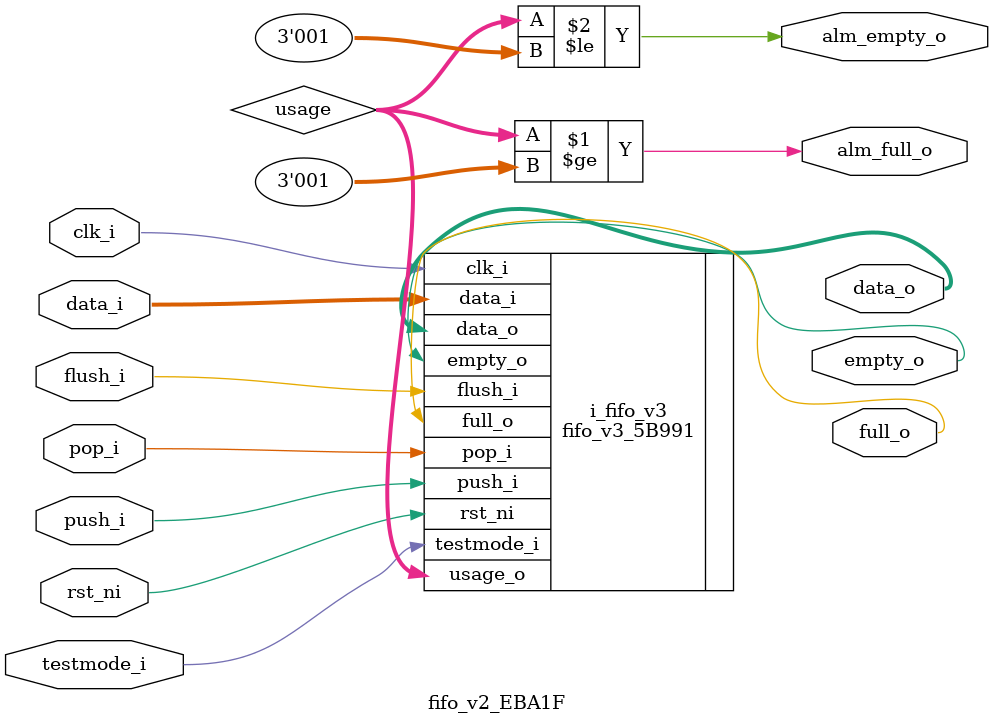
<source format=v>
`default_nettype none
module fifo_v2_EBA1F (
	clk_i,
	rst_ni,
	flush_i,
	testmode_i,
	full_o,
	empty_o,
	alm_full_o,
	alm_empty_o,
	data_i,
	push_i,
	data_o,
	pop_i
);
	parameter [0:0] FALL_THROUGH = 1'b0;
	parameter [31:0] DATA_WIDTH = 32;
	parameter [31:0] DEPTH = 8;
	parameter [31:0] ALM_EMPTY_TH = 1;
	parameter [31:0] ALM_FULL_TH = 1;
	parameter [31:0] ADDR_DEPTH = (DEPTH > 1 ? $clog2(DEPTH) : 1);
	input wire clk_i;
	input wire rst_ni;
	input wire flush_i;
	input wire testmode_i;
	output wire full_o;
	output wire empty_o;
	output wire alm_full_o;
	output wire alm_empty_o;
	input wire [33:0] data_i;
	input wire push_i;
	output wire [33:0] data_o;
	input wire pop_i;
	wire [ADDR_DEPTH - 1:0] usage;
	generate
		if (DEPTH == 0) begin : genblk1
			assign alm_full_o = 1'b0;
			assign alm_empty_o = 1'b0;
		end
		else begin : genblk1
			assign alm_full_o = usage >= ALM_FULL_TH[ADDR_DEPTH - 1:0];
			assign alm_empty_o = usage <= ALM_EMPTY_TH[ADDR_DEPTH - 1:0];
		end
	endgenerate
	fifo_v3_5B991 #(
		.FALL_THROUGH(FALL_THROUGH),
		.DATA_WIDTH(DATA_WIDTH),
		.DEPTH(DEPTH)
	) i_fifo_v3(
		.clk_i(clk_i),
		.rst_ni(rst_ni),
		.flush_i(flush_i),
		.testmode_i(testmode_i),
		.full_o(full_o),
		.empty_o(empty_o),
		.usage_o(usage),
		.data_i(data_i),
		.push_i(push_i),
		.data_o(data_o),
		.pop_i(pop_i)
	);
endmodule

</source>
